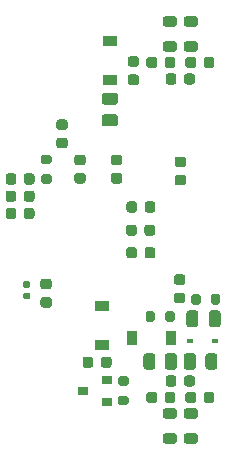
<source format=gbr>
%TF.GenerationSoftware,KiCad,Pcbnew,(5.1.9)-1*%
%TF.CreationDate,2021-06-18T11:47:15+07:00*%
%TF.ProjectId,A2B,4132422e-6b69-4636-9164-5f7063625858,2*%
%TF.SameCoordinates,Original*%
%TF.FileFunction,Paste,Bot*%
%TF.FilePolarity,Positive*%
%FSLAX46Y46*%
G04 Gerber Fmt 4.6, Leading zero omitted, Abs format (unit mm)*
G04 Created by KiCad (PCBNEW (5.1.9)-1) date 2021-06-18 11:47:15*
%MOMM*%
%LPD*%
G01*
G04 APERTURE LIST*
%ADD10R,1.200000X0.900000*%
%ADD11R,0.600000X0.450000*%
%ADD12R,0.900000X0.800000*%
%ADD13R,0.900000X1.200000*%
G04 APERTURE END LIST*
%TO.C,C1*%
G36*
G01*
X113346500Y-59595500D02*
X113346500Y-59095500D01*
G75*
G02*
X113571500Y-58870500I225000J0D01*
G01*
X114021500Y-58870500D01*
G75*
G02*
X114246500Y-59095500I0J-225000D01*
G01*
X114246500Y-59595500D01*
G75*
G02*
X114021500Y-59820500I-225000J0D01*
G01*
X113571500Y-59820500D01*
G75*
G02*
X113346500Y-59595500I0J225000D01*
G01*
G37*
G36*
G01*
X114896500Y-59595500D02*
X114896500Y-59095500D01*
G75*
G02*
X115121500Y-58870500I225000J0D01*
G01*
X115571500Y-58870500D01*
G75*
G02*
X115796500Y-59095500I0J-225000D01*
G01*
X115796500Y-59595500D01*
G75*
G02*
X115571500Y-59820500I-225000J0D01*
G01*
X115121500Y-59820500D01*
G75*
G02*
X114896500Y-59595500I0J225000D01*
G01*
G37*
%TD*%
%TO.C,C3*%
G36*
G01*
X113346500Y-62516500D02*
X113346500Y-62016500D01*
G75*
G02*
X113571500Y-61791500I225000J0D01*
G01*
X114021500Y-61791500D01*
G75*
G02*
X114246500Y-62016500I0J-225000D01*
G01*
X114246500Y-62516500D01*
G75*
G02*
X114021500Y-62741500I-225000J0D01*
G01*
X113571500Y-62741500D01*
G75*
G02*
X113346500Y-62516500I0J225000D01*
G01*
G37*
G36*
G01*
X114896500Y-62516500D02*
X114896500Y-62016500D01*
G75*
G02*
X115121500Y-61791500I225000J0D01*
G01*
X115571500Y-61791500D01*
G75*
G02*
X115796500Y-62016500I0J-225000D01*
G01*
X115796500Y-62516500D01*
G75*
G02*
X115571500Y-62741500I-225000J0D01*
G01*
X115121500Y-62741500D01*
G75*
G02*
X114896500Y-62516500I0J225000D01*
G01*
G37*
%TD*%
%TO.C,C8*%
G36*
G01*
X113346500Y-61056000D02*
X113346500Y-60556000D01*
G75*
G02*
X113571500Y-60331000I225000J0D01*
G01*
X114021500Y-60331000D01*
G75*
G02*
X114246500Y-60556000I0J-225000D01*
G01*
X114246500Y-61056000D01*
G75*
G02*
X114021500Y-61281000I-225000J0D01*
G01*
X113571500Y-61281000D01*
G75*
G02*
X113346500Y-61056000I0J225000D01*
G01*
G37*
G36*
G01*
X114896500Y-61056000D02*
X114896500Y-60556000D01*
G75*
G02*
X115121500Y-60331000I225000J0D01*
G01*
X115571500Y-60331000D01*
G75*
G02*
X115796500Y-60556000I0J-225000D01*
G01*
X115796500Y-61056000D01*
G75*
G02*
X115571500Y-61281000I-225000J0D01*
G01*
X115121500Y-61281000D01*
G75*
G02*
X114896500Y-61056000I0J225000D01*
G01*
G37*
%TD*%
%TO.C,C9*%
G36*
G01*
X117026500Y-68699500D02*
X116526500Y-68699500D01*
G75*
G02*
X116301500Y-68474500I0J225000D01*
G01*
X116301500Y-68024500D01*
G75*
G02*
X116526500Y-67799500I225000J0D01*
G01*
X117026500Y-67799500D01*
G75*
G02*
X117251500Y-68024500I0J-225000D01*
G01*
X117251500Y-68474500D01*
G75*
G02*
X117026500Y-68699500I-225000J0D01*
G01*
G37*
G36*
G01*
X117026500Y-70249500D02*
X116526500Y-70249500D01*
G75*
G02*
X116301500Y-70024500I0J225000D01*
G01*
X116301500Y-69574500D01*
G75*
G02*
X116526500Y-69349500I225000J0D01*
G01*
X117026500Y-69349500D01*
G75*
G02*
X117251500Y-69574500I0J-225000D01*
G01*
X117251500Y-70024500D01*
G75*
G02*
X117026500Y-70249500I-225000J0D01*
G01*
G37*
%TD*%
%TO.C,C20*%
G36*
G01*
X126002500Y-63440500D02*
X126002500Y-63940500D01*
G75*
G02*
X125777500Y-64165500I-225000J0D01*
G01*
X125327500Y-64165500D01*
G75*
G02*
X125102500Y-63940500I0J225000D01*
G01*
X125102500Y-63440500D01*
G75*
G02*
X125327500Y-63215500I225000J0D01*
G01*
X125777500Y-63215500D01*
G75*
G02*
X126002500Y-63440500I0J-225000D01*
G01*
G37*
G36*
G01*
X124452500Y-63440500D02*
X124452500Y-63940500D01*
G75*
G02*
X124227500Y-64165500I-225000J0D01*
G01*
X123777500Y-64165500D01*
G75*
G02*
X123552500Y-63940500I0J225000D01*
G01*
X123552500Y-63440500D01*
G75*
G02*
X123777500Y-63215500I225000J0D01*
G01*
X124227500Y-63215500D01*
G75*
G02*
X124452500Y-63440500I0J-225000D01*
G01*
G37*
%TD*%
%TO.C,C21*%
G36*
G01*
X123570000Y-61972000D02*
X123570000Y-61472000D01*
G75*
G02*
X123795000Y-61247000I225000J0D01*
G01*
X124245000Y-61247000D01*
G75*
G02*
X124470000Y-61472000I0J-225000D01*
G01*
X124470000Y-61972000D01*
G75*
G02*
X124245000Y-62197000I-225000J0D01*
G01*
X123795000Y-62197000D01*
G75*
G02*
X123570000Y-61972000I0J225000D01*
G01*
G37*
G36*
G01*
X125120000Y-61972000D02*
X125120000Y-61472000D01*
G75*
G02*
X125345000Y-61247000I225000J0D01*
G01*
X125795000Y-61247000D01*
G75*
G02*
X126020000Y-61472000I0J-225000D01*
G01*
X126020000Y-61972000D01*
G75*
G02*
X125795000Y-62197000I-225000J0D01*
G01*
X125345000Y-62197000D01*
G75*
G02*
X125120000Y-61972000I0J225000D01*
G01*
G37*
%TD*%
%TO.C,C22*%
G36*
G01*
X126020000Y-65345500D02*
X126020000Y-65845500D01*
G75*
G02*
X125795000Y-66070500I-225000J0D01*
G01*
X125345000Y-66070500D01*
G75*
G02*
X125120000Y-65845500I0J225000D01*
G01*
X125120000Y-65345500D01*
G75*
G02*
X125345000Y-65120500I225000J0D01*
G01*
X125795000Y-65120500D01*
G75*
G02*
X126020000Y-65345500I0J-225000D01*
G01*
G37*
G36*
G01*
X124470000Y-65345500D02*
X124470000Y-65845500D01*
G75*
G02*
X124245000Y-66070500I-225000J0D01*
G01*
X123795000Y-66070500D01*
G75*
G02*
X123570000Y-65845500I0J225000D01*
G01*
X123570000Y-65345500D01*
G75*
G02*
X123795000Y-65120500I225000J0D01*
G01*
X124245000Y-65120500D01*
G75*
G02*
X124470000Y-65345500I0J-225000D01*
G01*
G37*
%TD*%
%TO.C,C23*%
G36*
G01*
X119401500Y-57295000D02*
X119901500Y-57295000D01*
G75*
G02*
X120126500Y-57520000I0J-225000D01*
G01*
X120126500Y-57970000D01*
G75*
G02*
X119901500Y-58195000I-225000J0D01*
G01*
X119401500Y-58195000D01*
G75*
G02*
X119176500Y-57970000I0J225000D01*
G01*
X119176500Y-57520000D01*
G75*
G02*
X119401500Y-57295000I225000J0D01*
G01*
G37*
G36*
G01*
X119401500Y-58845000D02*
X119901500Y-58845000D01*
G75*
G02*
X120126500Y-59070000I0J-225000D01*
G01*
X120126500Y-59520000D01*
G75*
G02*
X119901500Y-59745000I-225000J0D01*
G01*
X119401500Y-59745000D01*
G75*
G02*
X119176500Y-59520000I0J225000D01*
G01*
X119176500Y-59070000D01*
G75*
G02*
X119401500Y-58845000I225000J0D01*
G01*
G37*
%TD*%
%TO.C,C24*%
G36*
G01*
X122495500Y-57295000D02*
X122995500Y-57295000D01*
G75*
G02*
X123220500Y-57520000I0J-225000D01*
G01*
X123220500Y-57970000D01*
G75*
G02*
X122995500Y-58195000I-225000J0D01*
G01*
X122495500Y-58195000D01*
G75*
G02*
X122270500Y-57970000I0J225000D01*
G01*
X122270500Y-57520000D01*
G75*
G02*
X122495500Y-57295000I225000J0D01*
G01*
G37*
G36*
G01*
X122495500Y-58845000D02*
X122995500Y-58845000D01*
G75*
G02*
X123220500Y-59070000I0J-225000D01*
G01*
X123220500Y-59520000D01*
G75*
G02*
X122995500Y-59745000I-225000J0D01*
G01*
X122495500Y-59745000D01*
G75*
G02*
X122270500Y-59520000I0J225000D01*
G01*
X122270500Y-59070000D01*
G75*
G02*
X122495500Y-58845000I225000J0D01*
G01*
G37*
%TD*%
%TO.C,C26*%
G36*
G01*
X123921000Y-48949500D02*
X124421000Y-48949500D01*
G75*
G02*
X124646000Y-49174500I0J-225000D01*
G01*
X124646000Y-49624500D01*
G75*
G02*
X124421000Y-49849500I-225000J0D01*
G01*
X123921000Y-49849500D01*
G75*
G02*
X123696000Y-49624500I0J225000D01*
G01*
X123696000Y-49174500D01*
G75*
G02*
X123921000Y-48949500I225000J0D01*
G01*
G37*
G36*
G01*
X123921000Y-50499500D02*
X124421000Y-50499500D01*
G75*
G02*
X124646000Y-50724500I0J-225000D01*
G01*
X124646000Y-51174500D01*
G75*
G02*
X124421000Y-51399500I-225000J0D01*
G01*
X123921000Y-51399500D01*
G75*
G02*
X123696000Y-51174500I0J225000D01*
G01*
X123696000Y-50724500D01*
G75*
G02*
X123921000Y-50499500I225000J0D01*
G01*
G37*
%TD*%
%TO.C,C27*%
G36*
G01*
X118377500Y-56760500D02*
X117877500Y-56760500D01*
G75*
G02*
X117652500Y-56535500I0J225000D01*
G01*
X117652500Y-56085500D01*
G75*
G02*
X117877500Y-55860500I225000J0D01*
G01*
X118377500Y-55860500D01*
G75*
G02*
X118602500Y-56085500I0J-225000D01*
G01*
X118602500Y-56535500D01*
G75*
G02*
X118377500Y-56760500I-225000J0D01*
G01*
G37*
G36*
G01*
X118377500Y-55210500D02*
X117877500Y-55210500D01*
G75*
G02*
X117652500Y-54985500I0J225000D01*
G01*
X117652500Y-54535500D01*
G75*
G02*
X117877500Y-54310500I225000J0D01*
G01*
X118377500Y-54310500D01*
G75*
G02*
X118602500Y-54535500I0J-225000D01*
G01*
X118602500Y-54985500D01*
G75*
G02*
X118377500Y-55210500I-225000J0D01*
G01*
G37*
%TD*%
%TO.C,C28*%
G36*
G01*
X127893000Y-58999000D02*
X128393000Y-58999000D01*
G75*
G02*
X128618000Y-59224000I0J-225000D01*
G01*
X128618000Y-59674000D01*
G75*
G02*
X128393000Y-59899000I-225000J0D01*
G01*
X127893000Y-59899000D01*
G75*
G02*
X127668000Y-59674000I0J225000D01*
G01*
X127668000Y-59224000D01*
G75*
G02*
X127893000Y-58999000I225000J0D01*
G01*
G37*
G36*
G01*
X127893000Y-57449000D02*
X128393000Y-57449000D01*
G75*
G02*
X128618000Y-57674000I0J-225000D01*
G01*
X128618000Y-58124000D01*
G75*
G02*
X128393000Y-58349000I-225000J0D01*
G01*
X127893000Y-58349000D01*
G75*
G02*
X127668000Y-58124000I0J225000D01*
G01*
X127668000Y-57674000D01*
G75*
G02*
X127893000Y-57449000I225000J0D01*
G01*
G37*
%TD*%
%TO.C,C29*%
G36*
G01*
X128329500Y-68318500D02*
X127829500Y-68318500D01*
G75*
G02*
X127604500Y-68093500I0J225000D01*
G01*
X127604500Y-67643500D01*
G75*
G02*
X127829500Y-67418500I225000J0D01*
G01*
X128329500Y-67418500D01*
G75*
G02*
X128554500Y-67643500I0J-225000D01*
G01*
X128554500Y-68093500D01*
G75*
G02*
X128329500Y-68318500I-225000J0D01*
G01*
G37*
G36*
G01*
X128329500Y-69868500D02*
X127829500Y-69868500D01*
G75*
G02*
X127604500Y-69643500I0J225000D01*
G01*
X127604500Y-69193500D01*
G75*
G02*
X127829500Y-68968500I225000J0D01*
G01*
X128329500Y-68968500D01*
G75*
G02*
X128554500Y-69193500I0J-225000D01*
G01*
X128554500Y-69643500D01*
G75*
G02*
X128329500Y-69868500I-225000J0D01*
G01*
G37*
%TD*%
%TO.C,C45*%
G36*
G01*
X125267000Y-49737000D02*
X125267000Y-49237000D01*
G75*
G02*
X125492000Y-49012000I225000J0D01*
G01*
X125942000Y-49012000D01*
G75*
G02*
X126167000Y-49237000I0J-225000D01*
G01*
X126167000Y-49737000D01*
G75*
G02*
X125942000Y-49962000I-225000J0D01*
G01*
X125492000Y-49962000D01*
G75*
G02*
X125267000Y-49737000I0J225000D01*
G01*
G37*
G36*
G01*
X126817000Y-49737000D02*
X126817000Y-49237000D01*
G75*
G02*
X127042000Y-49012000I225000J0D01*
G01*
X127492000Y-49012000D01*
G75*
G02*
X127717000Y-49237000I0J-225000D01*
G01*
X127717000Y-49737000D01*
G75*
G02*
X127492000Y-49962000I-225000J0D01*
G01*
X127042000Y-49962000D01*
G75*
G02*
X126817000Y-49737000I0J225000D01*
G01*
G37*
%TD*%
%TO.C,C48*%
G36*
G01*
X129469000Y-49237000D02*
X129469000Y-49737000D01*
G75*
G02*
X129244000Y-49962000I-225000J0D01*
G01*
X128794000Y-49962000D01*
G75*
G02*
X128569000Y-49737000I0J225000D01*
G01*
X128569000Y-49237000D01*
G75*
G02*
X128794000Y-49012000I225000J0D01*
G01*
X129244000Y-49012000D01*
G75*
G02*
X129469000Y-49237000I0J-225000D01*
G01*
G37*
G36*
G01*
X131019000Y-49237000D02*
X131019000Y-49737000D01*
G75*
G02*
X130794000Y-49962000I-225000J0D01*
G01*
X130344000Y-49962000D01*
G75*
G02*
X130119000Y-49737000I0J225000D01*
G01*
X130119000Y-49237000D01*
G75*
G02*
X130344000Y-49012000I225000J0D01*
G01*
X130794000Y-49012000D01*
G75*
G02*
X131019000Y-49237000I0J-225000D01*
G01*
G37*
%TD*%
%TO.C,C49*%
G36*
G01*
X126918000Y-76704000D02*
X126918000Y-76204000D01*
G75*
G02*
X127143000Y-75979000I225000J0D01*
G01*
X127593000Y-75979000D01*
G75*
G02*
X127818000Y-76204000I0J-225000D01*
G01*
X127818000Y-76704000D01*
G75*
G02*
X127593000Y-76929000I-225000J0D01*
G01*
X127143000Y-76929000D01*
G75*
G02*
X126918000Y-76704000I0J225000D01*
G01*
G37*
G36*
G01*
X128468000Y-76704000D02*
X128468000Y-76204000D01*
G75*
G02*
X128693000Y-75979000I225000J0D01*
G01*
X129143000Y-75979000D01*
G75*
G02*
X129368000Y-76204000I0J-225000D01*
G01*
X129368000Y-76704000D01*
G75*
G02*
X129143000Y-76929000I-225000J0D01*
G01*
X128693000Y-76929000D01*
G75*
G02*
X128468000Y-76704000I0J225000D01*
G01*
G37*
%TD*%
%TO.C,C50*%
G36*
G01*
X129368000Y-50634000D02*
X129368000Y-51134000D01*
G75*
G02*
X129143000Y-51359000I-225000J0D01*
G01*
X128693000Y-51359000D01*
G75*
G02*
X128468000Y-51134000I0J225000D01*
G01*
X128468000Y-50634000D01*
G75*
G02*
X128693000Y-50409000I225000J0D01*
G01*
X129143000Y-50409000D01*
G75*
G02*
X129368000Y-50634000I0J-225000D01*
G01*
G37*
G36*
G01*
X127818000Y-50634000D02*
X127818000Y-51134000D01*
G75*
G02*
X127593000Y-51359000I-225000J0D01*
G01*
X127143000Y-51359000D01*
G75*
G02*
X126918000Y-51134000I0J225000D01*
G01*
X126918000Y-50634000D01*
G75*
G02*
X127143000Y-50409000I225000J0D01*
G01*
X127593000Y-50409000D01*
G75*
G02*
X127818000Y-50634000I0J-225000D01*
G01*
G37*
%TD*%
D10*
%TO.C,D2*%
X122202500Y-50999000D03*
X122202500Y-47699000D03*
%TD*%
%TO.C,FB1*%
G36*
G01*
X114953000Y-68960500D02*
X115298000Y-68960500D01*
G75*
G02*
X115445500Y-69108000I0J-147500D01*
G01*
X115445500Y-69403000D01*
G75*
G02*
X115298000Y-69550500I-147500J0D01*
G01*
X114953000Y-69550500D01*
G75*
G02*
X114805500Y-69403000I0J147500D01*
G01*
X114805500Y-69108000D01*
G75*
G02*
X114953000Y-68960500I147500J0D01*
G01*
G37*
G36*
G01*
X114953000Y-67990500D02*
X115298000Y-67990500D01*
G75*
G02*
X115445500Y-68138000I0J-147500D01*
G01*
X115445500Y-68433000D01*
G75*
G02*
X115298000Y-68580500I-147500J0D01*
G01*
X114953000Y-68580500D01*
G75*
G02*
X114805500Y-68433000I0J147500D01*
G01*
X114805500Y-68138000D01*
G75*
G02*
X114953000Y-67990500I147500J0D01*
G01*
G37*
%TD*%
%TO.C,L7*%
G36*
G01*
X129413250Y-79639000D02*
X128650750Y-79639000D01*
G75*
G02*
X128432000Y-79420250I0J218750D01*
G01*
X128432000Y-78982750D01*
G75*
G02*
X128650750Y-78764000I218750J0D01*
G01*
X129413250Y-78764000D01*
G75*
G02*
X129632000Y-78982750I0J-218750D01*
G01*
X129632000Y-79420250D01*
G75*
G02*
X129413250Y-79639000I-218750J0D01*
G01*
G37*
G36*
G01*
X129413250Y-81764000D02*
X128650750Y-81764000D01*
G75*
G02*
X128432000Y-81545250I0J218750D01*
G01*
X128432000Y-81107750D01*
G75*
G02*
X128650750Y-80889000I218750J0D01*
G01*
X129413250Y-80889000D01*
G75*
G02*
X129632000Y-81107750I0J-218750D01*
G01*
X129632000Y-81545250D01*
G75*
G02*
X129413250Y-81764000I-218750J0D01*
G01*
G37*
%TD*%
%TO.C,L8*%
G36*
G01*
X126872750Y-78764000D02*
X127635250Y-78764000D01*
G75*
G02*
X127854000Y-78982750I0J-218750D01*
G01*
X127854000Y-79420250D01*
G75*
G02*
X127635250Y-79639000I-218750J0D01*
G01*
X126872750Y-79639000D01*
G75*
G02*
X126654000Y-79420250I0J218750D01*
G01*
X126654000Y-78982750D01*
G75*
G02*
X126872750Y-78764000I218750J0D01*
G01*
G37*
G36*
G01*
X126872750Y-80889000D02*
X127635250Y-80889000D01*
G75*
G02*
X127854000Y-81107750I0J-218750D01*
G01*
X127854000Y-81545250D01*
G75*
G02*
X127635250Y-81764000I-218750J0D01*
G01*
X126872750Y-81764000D01*
G75*
G02*
X126654000Y-81545250I0J218750D01*
G01*
X126654000Y-81107750D01*
G75*
G02*
X126872750Y-80889000I218750J0D01*
G01*
G37*
%TD*%
%TO.C,L9*%
G36*
G01*
X126872750Y-45574000D02*
X127635250Y-45574000D01*
G75*
G02*
X127854000Y-45792750I0J-218750D01*
G01*
X127854000Y-46230250D01*
G75*
G02*
X127635250Y-46449000I-218750J0D01*
G01*
X126872750Y-46449000D01*
G75*
G02*
X126654000Y-46230250I0J218750D01*
G01*
X126654000Y-45792750D01*
G75*
G02*
X126872750Y-45574000I218750J0D01*
G01*
G37*
G36*
G01*
X126872750Y-47699000D02*
X127635250Y-47699000D01*
G75*
G02*
X127854000Y-47917750I0J-218750D01*
G01*
X127854000Y-48355250D01*
G75*
G02*
X127635250Y-48574000I-218750J0D01*
G01*
X126872750Y-48574000D01*
G75*
G02*
X126654000Y-48355250I0J218750D01*
G01*
X126654000Y-47917750D01*
G75*
G02*
X126872750Y-47699000I218750J0D01*
G01*
G37*
%TD*%
%TO.C,L10*%
G36*
G01*
X129413250Y-46449000D02*
X128650750Y-46449000D01*
G75*
G02*
X128432000Y-46230250I0J218750D01*
G01*
X128432000Y-45792750D01*
G75*
G02*
X128650750Y-45574000I218750J0D01*
G01*
X129413250Y-45574000D01*
G75*
G02*
X129632000Y-45792750I0J-218750D01*
G01*
X129632000Y-46230250D01*
G75*
G02*
X129413250Y-46449000I-218750J0D01*
G01*
G37*
G36*
G01*
X129413250Y-48574000D02*
X128650750Y-48574000D01*
G75*
G02*
X128432000Y-48355250I0J218750D01*
G01*
X128432000Y-47917750D01*
G75*
G02*
X128650750Y-47699000I218750J0D01*
G01*
X129413250Y-47699000D01*
G75*
G02*
X129632000Y-47917750I0J-218750D01*
G01*
X129632000Y-48355250D01*
G75*
G02*
X129413250Y-48574000I-218750J0D01*
G01*
G37*
%TD*%
%TO.C,R7*%
G36*
G01*
X117069000Y-59745000D02*
X116519000Y-59745000D01*
G75*
G02*
X116319000Y-59545000I0J200000D01*
G01*
X116319000Y-59145000D01*
G75*
G02*
X116519000Y-58945000I200000J0D01*
G01*
X117069000Y-58945000D01*
G75*
G02*
X117269000Y-59145000I0J-200000D01*
G01*
X117269000Y-59545000D01*
G75*
G02*
X117069000Y-59745000I-200000J0D01*
G01*
G37*
G36*
G01*
X117069000Y-58095000D02*
X116519000Y-58095000D01*
G75*
G02*
X116319000Y-57895000I0J200000D01*
G01*
X116319000Y-57495000D01*
G75*
G02*
X116519000Y-57295000I200000J0D01*
G01*
X117069000Y-57295000D01*
G75*
G02*
X117269000Y-57495000I0J-200000D01*
G01*
X117269000Y-57895000D01*
G75*
G02*
X117069000Y-58095000I-200000J0D01*
G01*
G37*
%TD*%
%TO.C,R12*%
G36*
G01*
X121723998Y-52042000D02*
X122624002Y-52042000D01*
G75*
G02*
X122874000Y-52291998I0J-249998D01*
G01*
X122874000Y-52817002D01*
G75*
G02*
X122624002Y-53067000I-249998J0D01*
G01*
X121723998Y-53067000D01*
G75*
G02*
X121474000Y-52817002I0J249998D01*
G01*
X121474000Y-52291998D01*
G75*
G02*
X121723998Y-52042000I249998J0D01*
G01*
G37*
G36*
G01*
X121723998Y-53867000D02*
X122624002Y-53867000D01*
G75*
G02*
X122874000Y-54116998I0J-249998D01*
G01*
X122874000Y-54642002D01*
G75*
G02*
X122624002Y-54892000I-249998J0D01*
G01*
X121723998Y-54892000D01*
G75*
G02*
X121474000Y-54642002I0J249998D01*
G01*
X121474000Y-54116998D01*
G75*
G02*
X121723998Y-53867000I249998J0D01*
G01*
G37*
%TD*%
%TO.C,C2*%
G36*
G01*
X122319500Y-74616500D02*
X122319500Y-75116500D01*
G75*
G02*
X122094500Y-75341500I-225000J0D01*
G01*
X121644500Y-75341500D01*
G75*
G02*
X121419500Y-75116500I0J225000D01*
G01*
X121419500Y-74616500D01*
G75*
G02*
X121644500Y-74391500I225000J0D01*
G01*
X122094500Y-74391500D01*
G75*
G02*
X122319500Y-74616500I0J-225000D01*
G01*
G37*
G36*
G01*
X120769500Y-74616500D02*
X120769500Y-75116500D01*
G75*
G02*
X120544500Y-75341500I-225000J0D01*
G01*
X120094500Y-75341500D01*
G75*
G02*
X119869500Y-75116500I0J225000D01*
G01*
X119869500Y-74616500D01*
G75*
G02*
X120094500Y-74391500I225000J0D01*
G01*
X120544500Y-74391500D01*
G75*
G02*
X120769500Y-74616500I0J-225000D01*
G01*
G37*
%TD*%
%TO.C,C4*%
G36*
G01*
X129469000Y-77601000D02*
X129469000Y-78101000D01*
G75*
G02*
X129244000Y-78326000I-225000J0D01*
G01*
X128794000Y-78326000D01*
G75*
G02*
X128569000Y-78101000I0J225000D01*
G01*
X128569000Y-77601000D01*
G75*
G02*
X128794000Y-77376000I225000J0D01*
G01*
X129244000Y-77376000D01*
G75*
G02*
X129469000Y-77601000I0J-225000D01*
G01*
G37*
G36*
G01*
X131019000Y-77601000D02*
X131019000Y-78101000D01*
G75*
G02*
X130794000Y-78326000I-225000J0D01*
G01*
X130344000Y-78326000D01*
G75*
G02*
X130119000Y-78101000I0J225000D01*
G01*
X130119000Y-77601000D01*
G75*
G02*
X130344000Y-77376000I225000J0D01*
G01*
X130794000Y-77376000D01*
G75*
G02*
X131019000Y-77601000I0J-225000D01*
G01*
G37*
%TD*%
%TO.C,C5*%
G36*
G01*
X125267000Y-78101000D02*
X125267000Y-77601000D01*
G75*
G02*
X125492000Y-77376000I225000J0D01*
G01*
X125942000Y-77376000D01*
G75*
G02*
X126167000Y-77601000I0J-225000D01*
G01*
X126167000Y-78101000D01*
G75*
G02*
X125942000Y-78326000I-225000J0D01*
G01*
X125492000Y-78326000D01*
G75*
G02*
X125267000Y-78101000I0J225000D01*
G01*
G37*
G36*
G01*
X126817000Y-78101000D02*
X126817000Y-77601000D01*
G75*
G02*
X127042000Y-77376000I225000J0D01*
G01*
X127492000Y-77376000D01*
G75*
G02*
X127717000Y-77601000I0J-225000D01*
G01*
X127717000Y-78101000D01*
G75*
G02*
X127492000Y-78326000I-225000J0D01*
G01*
X127042000Y-78326000D01*
G75*
G02*
X126817000Y-78101000I0J225000D01*
G01*
G37*
%TD*%
%TO.C,C6*%
G36*
G01*
X128661500Y-71658500D02*
X128661500Y-70708500D01*
G75*
G02*
X128911500Y-70458500I250000J0D01*
G01*
X129411500Y-70458500D01*
G75*
G02*
X129661500Y-70708500I0J-250000D01*
G01*
X129661500Y-71658500D01*
G75*
G02*
X129411500Y-71908500I-250000J0D01*
G01*
X128911500Y-71908500D01*
G75*
G02*
X128661500Y-71658500I0J250000D01*
G01*
G37*
G36*
G01*
X130561500Y-71658500D02*
X130561500Y-70708500D01*
G75*
G02*
X130811500Y-70458500I250000J0D01*
G01*
X131311500Y-70458500D01*
G75*
G02*
X131561500Y-70708500I0J-250000D01*
G01*
X131561500Y-71658500D01*
G75*
G02*
X131311500Y-71908500I-250000J0D01*
G01*
X130811500Y-71908500D01*
G75*
G02*
X130561500Y-71658500I0J250000D01*
G01*
G37*
%TD*%
D11*
%TO.C,D6*%
X128998000Y-73025000D03*
X131098000Y-73025000D03*
%TD*%
D12*
%TO.C,Q2*%
X121904000Y-76329500D03*
X121904000Y-78229500D03*
X119904000Y-77279500D03*
%TD*%
%TO.C,R18*%
G36*
G01*
X123042000Y-77704500D02*
X123592000Y-77704500D01*
G75*
G02*
X123792000Y-77904500I0J-200000D01*
G01*
X123792000Y-78304500D01*
G75*
G02*
X123592000Y-78504500I-200000J0D01*
G01*
X123042000Y-78504500D01*
G75*
G02*
X122842000Y-78304500I0J200000D01*
G01*
X122842000Y-77904500D01*
G75*
G02*
X123042000Y-77704500I200000J0D01*
G01*
G37*
G36*
G01*
X123042000Y-76054500D02*
X123592000Y-76054500D01*
G75*
G02*
X123792000Y-76254500I0J-200000D01*
G01*
X123792000Y-76654500D01*
G75*
G02*
X123592000Y-76854500I-200000J0D01*
G01*
X123042000Y-76854500D01*
G75*
G02*
X122842000Y-76654500I0J200000D01*
G01*
X122842000Y-76254500D01*
G75*
G02*
X123042000Y-76054500I200000J0D01*
G01*
G37*
%TD*%
%TO.C,R19*%
G36*
G01*
X127653500Y-70718000D02*
X127653500Y-71268000D01*
G75*
G02*
X127453500Y-71468000I-200000J0D01*
G01*
X127053500Y-71468000D01*
G75*
G02*
X126853500Y-71268000I0J200000D01*
G01*
X126853500Y-70718000D01*
G75*
G02*
X127053500Y-70518000I200000J0D01*
G01*
X127453500Y-70518000D01*
G75*
G02*
X127653500Y-70718000I0J-200000D01*
G01*
G37*
G36*
G01*
X126003500Y-70718000D02*
X126003500Y-71268000D01*
G75*
G02*
X125803500Y-71468000I-200000J0D01*
G01*
X125403500Y-71468000D01*
G75*
G02*
X125203500Y-71268000I0J200000D01*
G01*
X125203500Y-70718000D01*
G75*
G02*
X125403500Y-70518000I200000J0D01*
G01*
X125803500Y-70518000D01*
G75*
G02*
X126003500Y-70718000I0J-200000D01*
G01*
G37*
%TD*%
%TO.C,R20*%
G36*
G01*
X130257500Y-75253001D02*
X130257500Y-74352999D01*
G75*
G02*
X130507499Y-74103000I249999J0D01*
G01*
X131032501Y-74103000D01*
G75*
G02*
X131282500Y-74352999I0J-249999D01*
G01*
X131282500Y-75253001D01*
G75*
G02*
X131032501Y-75503000I-249999J0D01*
G01*
X130507499Y-75503000D01*
G75*
G02*
X130257500Y-75253001I0J249999D01*
G01*
G37*
G36*
G01*
X128432500Y-75253001D02*
X128432500Y-74352999D01*
G75*
G02*
X128682499Y-74103000I249999J0D01*
G01*
X129207501Y-74103000D01*
G75*
G02*
X129457500Y-74352999I0J-249999D01*
G01*
X129457500Y-75253001D01*
G75*
G02*
X129207501Y-75503000I-249999J0D01*
G01*
X128682499Y-75503000D01*
G75*
G02*
X128432500Y-75253001I0J249999D01*
G01*
G37*
%TD*%
%TO.C,R21*%
G36*
G01*
X125003500Y-75253001D02*
X125003500Y-74352999D01*
G75*
G02*
X125253499Y-74103000I249999J0D01*
G01*
X125778501Y-74103000D01*
G75*
G02*
X126028500Y-74352999I0J-249999D01*
G01*
X126028500Y-75253001D01*
G75*
G02*
X125778501Y-75503000I-249999J0D01*
G01*
X125253499Y-75503000D01*
G75*
G02*
X125003500Y-75253001I0J249999D01*
G01*
G37*
G36*
G01*
X126828500Y-75253001D02*
X126828500Y-74352999D01*
G75*
G02*
X127078499Y-74103000I249999J0D01*
G01*
X127603501Y-74103000D01*
G75*
G02*
X127853500Y-74352999I0J-249999D01*
G01*
X127853500Y-75253001D01*
G75*
G02*
X127603501Y-75503000I-249999J0D01*
G01*
X127078499Y-75503000D01*
G75*
G02*
X126828500Y-75253001I0J249999D01*
G01*
G37*
%TD*%
%TO.C,R22*%
G36*
G01*
X129077000Y-69807500D02*
X129077000Y-69257500D01*
G75*
G02*
X129277000Y-69057500I200000J0D01*
G01*
X129677000Y-69057500D01*
G75*
G02*
X129877000Y-69257500I0J-200000D01*
G01*
X129877000Y-69807500D01*
G75*
G02*
X129677000Y-70007500I-200000J0D01*
G01*
X129277000Y-70007500D01*
G75*
G02*
X129077000Y-69807500I0J200000D01*
G01*
G37*
G36*
G01*
X130727000Y-69807500D02*
X130727000Y-69257500D01*
G75*
G02*
X130927000Y-69057500I200000J0D01*
G01*
X131327000Y-69057500D01*
G75*
G02*
X131527000Y-69257500I0J-200000D01*
G01*
X131527000Y-69807500D01*
G75*
G02*
X131327000Y-70007500I-200000J0D01*
G01*
X130927000Y-70007500D01*
G75*
G02*
X130727000Y-69807500I0J200000D01*
G01*
G37*
%TD*%
D10*
%TO.C,D4*%
X121539000Y-73405000D03*
X121539000Y-70105000D03*
%TD*%
D13*
%TO.C,D5*%
X127316500Y-72771000D03*
X124016500Y-72771000D03*
%TD*%
M02*

</source>
